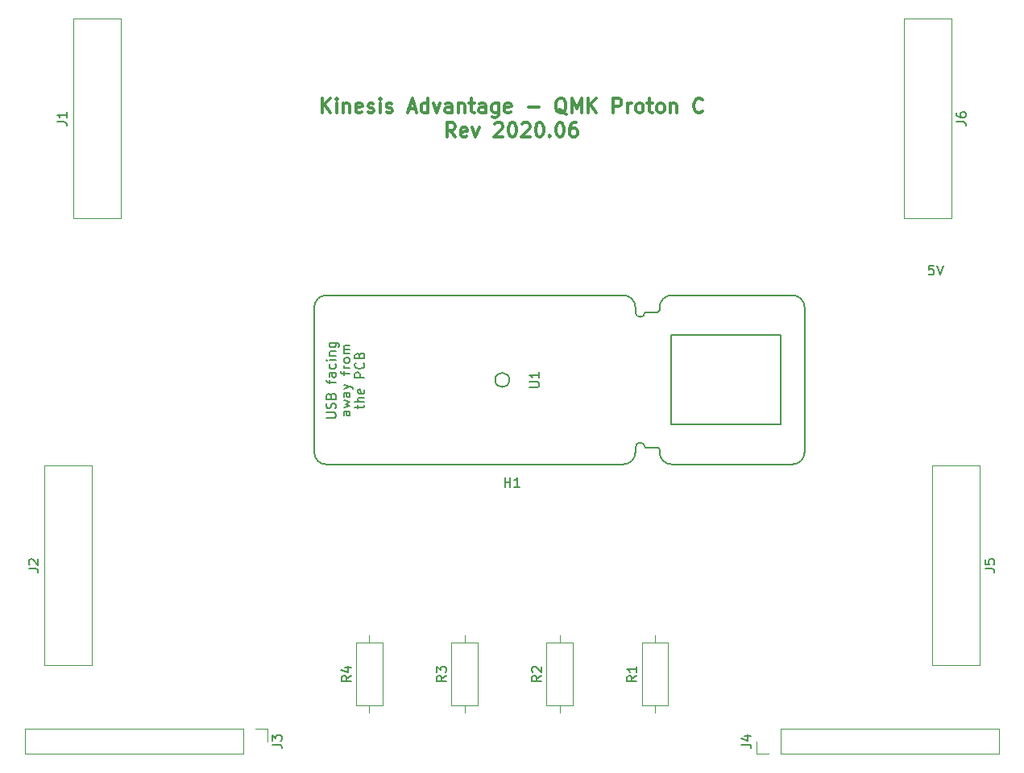
<source format=gbr>
G04 #@! TF.GenerationSoftware,KiCad,Pcbnew,(5.1.6-0-10_14)*
G04 #@! TF.CreationDate,2020-06-11T15:58:30+08:00*
G04 #@! TF.ProjectId,Kinesis,4b696e65-7369-4732-9e6b-696361645f70,rev?*
G04 #@! TF.SameCoordinates,Original*
G04 #@! TF.FileFunction,Legend,Top*
G04 #@! TF.FilePolarity,Positive*
%FSLAX46Y46*%
G04 Gerber Fmt 4.6, Leading zero omitted, Abs format (unit mm)*
G04 Created by KiCad (PCBNEW (5.1.6-0-10_14)) date 2020-06-11 15:58:30*
%MOMM*%
%LPD*%
G01*
G04 APERTURE LIST*
%ADD10C,0.300000*%
%ADD11C,0.150000*%
%ADD12C,0.120000*%
G04 APERTURE END LIST*
D10*
X130071428Y-44903571D02*
X130071428Y-43403571D01*
X130928571Y-44903571D02*
X130285714Y-44046428D01*
X130928571Y-43403571D02*
X130071428Y-44260714D01*
X131571428Y-44903571D02*
X131571428Y-43903571D01*
X131571428Y-43403571D02*
X131500000Y-43475000D01*
X131571428Y-43546428D01*
X131642857Y-43475000D01*
X131571428Y-43403571D01*
X131571428Y-43546428D01*
X132285714Y-43903571D02*
X132285714Y-44903571D01*
X132285714Y-44046428D02*
X132357142Y-43975000D01*
X132500000Y-43903571D01*
X132714285Y-43903571D01*
X132857142Y-43975000D01*
X132928571Y-44117857D01*
X132928571Y-44903571D01*
X134214285Y-44832142D02*
X134071428Y-44903571D01*
X133785714Y-44903571D01*
X133642857Y-44832142D01*
X133571428Y-44689285D01*
X133571428Y-44117857D01*
X133642857Y-43975000D01*
X133785714Y-43903571D01*
X134071428Y-43903571D01*
X134214285Y-43975000D01*
X134285714Y-44117857D01*
X134285714Y-44260714D01*
X133571428Y-44403571D01*
X134857142Y-44832142D02*
X135000000Y-44903571D01*
X135285714Y-44903571D01*
X135428571Y-44832142D01*
X135500000Y-44689285D01*
X135500000Y-44617857D01*
X135428571Y-44475000D01*
X135285714Y-44403571D01*
X135071428Y-44403571D01*
X134928571Y-44332142D01*
X134857142Y-44189285D01*
X134857142Y-44117857D01*
X134928571Y-43975000D01*
X135071428Y-43903571D01*
X135285714Y-43903571D01*
X135428571Y-43975000D01*
X136142857Y-44903571D02*
X136142857Y-43903571D01*
X136142857Y-43403571D02*
X136071428Y-43475000D01*
X136142857Y-43546428D01*
X136214285Y-43475000D01*
X136142857Y-43403571D01*
X136142857Y-43546428D01*
X136785714Y-44832142D02*
X136928571Y-44903571D01*
X137214285Y-44903571D01*
X137357142Y-44832142D01*
X137428571Y-44689285D01*
X137428571Y-44617857D01*
X137357142Y-44475000D01*
X137214285Y-44403571D01*
X137000000Y-44403571D01*
X136857142Y-44332142D01*
X136785714Y-44189285D01*
X136785714Y-44117857D01*
X136857142Y-43975000D01*
X137000000Y-43903571D01*
X137214285Y-43903571D01*
X137357142Y-43975000D01*
X139142857Y-44475000D02*
X139857142Y-44475000D01*
X139000000Y-44903571D02*
X139500000Y-43403571D01*
X140000000Y-44903571D01*
X141142857Y-44903571D02*
X141142857Y-43403571D01*
X141142857Y-44832142D02*
X141000000Y-44903571D01*
X140714285Y-44903571D01*
X140571428Y-44832142D01*
X140500000Y-44760714D01*
X140428571Y-44617857D01*
X140428571Y-44189285D01*
X140500000Y-44046428D01*
X140571428Y-43975000D01*
X140714285Y-43903571D01*
X141000000Y-43903571D01*
X141142857Y-43975000D01*
X141714285Y-43903571D02*
X142071428Y-44903571D01*
X142428571Y-43903571D01*
X143642857Y-44903571D02*
X143642857Y-44117857D01*
X143571428Y-43975000D01*
X143428571Y-43903571D01*
X143142857Y-43903571D01*
X143000000Y-43975000D01*
X143642857Y-44832142D02*
X143500000Y-44903571D01*
X143142857Y-44903571D01*
X143000000Y-44832142D01*
X142928571Y-44689285D01*
X142928571Y-44546428D01*
X143000000Y-44403571D01*
X143142857Y-44332142D01*
X143500000Y-44332142D01*
X143642857Y-44260714D01*
X144357142Y-43903571D02*
X144357142Y-44903571D01*
X144357142Y-44046428D02*
X144428571Y-43975000D01*
X144571428Y-43903571D01*
X144785714Y-43903571D01*
X144928571Y-43975000D01*
X145000000Y-44117857D01*
X145000000Y-44903571D01*
X145500000Y-43903571D02*
X146071428Y-43903571D01*
X145714285Y-43403571D02*
X145714285Y-44689285D01*
X145785714Y-44832142D01*
X145928571Y-44903571D01*
X146071428Y-44903571D01*
X147214285Y-44903571D02*
X147214285Y-44117857D01*
X147142857Y-43975000D01*
X147000000Y-43903571D01*
X146714285Y-43903571D01*
X146571428Y-43975000D01*
X147214285Y-44832142D02*
X147071428Y-44903571D01*
X146714285Y-44903571D01*
X146571428Y-44832142D01*
X146500000Y-44689285D01*
X146500000Y-44546428D01*
X146571428Y-44403571D01*
X146714285Y-44332142D01*
X147071428Y-44332142D01*
X147214285Y-44260714D01*
X148571428Y-43903571D02*
X148571428Y-45117857D01*
X148500000Y-45260714D01*
X148428571Y-45332142D01*
X148285714Y-45403571D01*
X148071428Y-45403571D01*
X147928571Y-45332142D01*
X148571428Y-44832142D02*
X148428571Y-44903571D01*
X148142857Y-44903571D01*
X148000000Y-44832142D01*
X147928571Y-44760714D01*
X147857142Y-44617857D01*
X147857142Y-44189285D01*
X147928571Y-44046428D01*
X148000000Y-43975000D01*
X148142857Y-43903571D01*
X148428571Y-43903571D01*
X148571428Y-43975000D01*
X149857142Y-44832142D02*
X149714285Y-44903571D01*
X149428571Y-44903571D01*
X149285714Y-44832142D01*
X149214285Y-44689285D01*
X149214285Y-44117857D01*
X149285714Y-43975000D01*
X149428571Y-43903571D01*
X149714285Y-43903571D01*
X149857142Y-43975000D01*
X149928571Y-44117857D01*
X149928571Y-44260714D01*
X149214285Y-44403571D01*
X151714285Y-44332142D02*
X152857142Y-44332142D01*
X155714285Y-45046428D02*
X155571428Y-44975000D01*
X155428571Y-44832142D01*
X155214285Y-44617857D01*
X155071428Y-44546428D01*
X154928571Y-44546428D01*
X155000000Y-44903571D02*
X154857142Y-44832142D01*
X154714285Y-44689285D01*
X154642857Y-44403571D01*
X154642857Y-43903571D01*
X154714285Y-43617857D01*
X154857142Y-43475000D01*
X155000000Y-43403571D01*
X155285714Y-43403571D01*
X155428571Y-43475000D01*
X155571428Y-43617857D01*
X155642857Y-43903571D01*
X155642857Y-44403571D01*
X155571428Y-44689285D01*
X155428571Y-44832142D01*
X155285714Y-44903571D01*
X155000000Y-44903571D01*
X156285714Y-44903571D02*
X156285714Y-43403571D01*
X156785714Y-44475000D01*
X157285714Y-43403571D01*
X157285714Y-44903571D01*
X158000000Y-44903571D02*
X158000000Y-43403571D01*
X158857142Y-44903571D02*
X158214285Y-44046428D01*
X158857142Y-43403571D02*
X158000000Y-44260714D01*
X160642857Y-44903571D02*
X160642857Y-43403571D01*
X161214285Y-43403571D01*
X161357142Y-43475000D01*
X161428571Y-43546428D01*
X161500000Y-43689285D01*
X161500000Y-43903571D01*
X161428571Y-44046428D01*
X161357142Y-44117857D01*
X161214285Y-44189285D01*
X160642857Y-44189285D01*
X162142857Y-44903571D02*
X162142857Y-43903571D01*
X162142857Y-44189285D02*
X162214285Y-44046428D01*
X162285714Y-43975000D01*
X162428571Y-43903571D01*
X162571428Y-43903571D01*
X163285714Y-44903571D02*
X163142857Y-44832142D01*
X163071428Y-44760714D01*
X163000000Y-44617857D01*
X163000000Y-44189285D01*
X163071428Y-44046428D01*
X163142857Y-43975000D01*
X163285714Y-43903571D01*
X163500000Y-43903571D01*
X163642857Y-43975000D01*
X163714285Y-44046428D01*
X163785714Y-44189285D01*
X163785714Y-44617857D01*
X163714285Y-44760714D01*
X163642857Y-44832142D01*
X163500000Y-44903571D01*
X163285714Y-44903571D01*
X164214285Y-43903571D02*
X164785714Y-43903571D01*
X164428571Y-43403571D02*
X164428571Y-44689285D01*
X164500000Y-44832142D01*
X164642857Y-44903571D01*
X164785714Y-44903571D01*
X165500000Y-44903571D02*
X165357142Y-44832142D01*
X165285714Y-44760714D01*
X165214285Y-44617857D01*
X165214285Y-44189285D01*
X165285714Y-44046428D01*
X165357142Y-43975000D01*
X165500000Y-43903571D01*
X165714285Y-43903571D01*
X165857142Y-43975000D01*
X165928571Y-44046428D01*
X166000000Y-44189285D01*
X166000000Y-44617857D01*
X165928571Y-44760714D01*
X165857142Y-44832142D01*
X165714285Y-44903571D01*
X165500000Y-44903571D01*
X166642857Y-43903571D02*
X166642857Y-44903571D01*
X166642857Y-44046428D02*
X166714285Y-43975000D01*
X166857142Y-43903571D01*
X167071428Y-43903571D01*
X167214285Y-43975000D01*
X167285714Y-44117857D01*
X167285714Y-44903571D01*
X170000000Y-44760714D02*
X169928571Y-44832142D01*
X169714285Y-44903571D01*
X169571428Y-44903571D01*
X169357142Y-44832142D01*
X169214285Y-44689285D01*
X169142857Y-44546428D01*
X169071428Y-44260714D01*
X169071428Y-44046428D01*
X169142857Y-43760714D01*
X169214285Y-43617857D01*
X169357142Y-43475000D01*
X169571428Y-43403571D01*
X169714285Y-43403571D01*
X169928571Y-43475000D01*
X170000000Y-43546428D01*
X144035714Y-47453571D02*
X143535714Y-46739285D01*
X143178571Y-47453571D02*
X143178571Y-45953571D01*
X143750000Y-45953571D01*
X143892857Y-46025000D01*
X143964285Y-46096428D01*
X144035714Y-46239285D01*
X144035714Y-46453571D01*
X143964285Y-46596428D01*
X143892857Y-46667857D01*
X143750000Y-46739285D01*
X143178571Y-46739285D01*
X145250000Y-47382142D02*
X145107142Y-47453571D01*
X144821428Y-47453571D01*
X144678571Y-47382142D01*
X144607142Y-47239285D01*
X144607142Y-46667857D01*
X144678571Y-46525000D01*
X144821428Y-46453571D01*
X145107142Y-46453571D01*
X145250000Y-46525000D01*
X145321428Y-46667857D01*
X145321428Y-46810714D01*
X144607142Y-46953571D01*
X145821428Y-46453571D02*
X146178571Y-47453571D01*
X146535714Y-46453571D01*
X148178571Y-46096428D02*
X148250000Y-46025000D01*
X148392857Y-45953571D01*
X148750000Y-45953571D01*
X148892857Y-46025000D01*
X148964285Y-46096428D01*
X149035714Y-46239285D01*
X149035714Y-46382142D01*
X148964285Y-46596428D01*
X148107142Y-47453571D01*
X149035714Y-47453571D01*
X149964285Y-45953571D02*
X150107142Y-45953571D01*
X150250000Y-46025000D01*
X150321428Y-46096428D01*
X150392857Y-46239285D01*
X150464285Y-46525000D01*
X150464285Y-46882142D01*
X150392857Y-47167857D01*
X150321428Y-47310714D01*
X150250000Y-47382142D01*
X150107142Y-47453571D01*
X149964285Y-47453571D01*
X149821428Y-47382142D01*
X149750000Y-47310714D01*
X149678571Y-47167857D01*
X149607142Y-46882142D01*
X149607142Y-46525000D01*
X149678571Y-46239285D01*
X149750000Y-46096428D01*
X149821428Y-46025000D01*
X149964285Y-45953571D01*
X151035714Y-46096428D02*
X151107142Y-46025000D01*
X151250000Y-45953571D01*
X151607142Y-45953571D01*
X151750000Y-46025000D01*
X151821428Y-46096428D01*
X151892857Y-46239285D01*
X151892857Y-46382142D01*
X151821428Y-46596428D01*
X150964285Y-47453571D01*
X151892857Y-47453571D01*
X152821428Y-45953571D02*
X152964285Y-45953571D01*
X153107142Y-46025000D01*
X153178571Y-46096428D01*
X153250000Y-46239285D01*
X153321428Y-46525000D01*
X153321428Y-46882142D01*
X153250000Y-47167857D01*
X153178571Y-47310714D01*
X153107142Y-47382142D01*
X152964285Y-47453571D01*
X152821428Y-47453571D01*
X152678571Y-47382142D01*
X152607142Y-47310714D01*
X152535714Y-47167857D01*
X152464285Y-46882142D01*
X152464285Y-46525000D01*
X152535714Y-46239285D01*
X152607142Y-46096428D01*
X152678571Y-46025000D01*
X152821428Y-45953571D01*
X153964285Y-47310714D02*
X154035714Y-47382142D01*
X153964285Y-47453571D01*
X153892857Y-47382142D01*
X153964285Y-47310714D01*
X153964285Y-47453571D01*
X154964285Y-45953571D02*
X155107142Y-45953571D01*
X155250000Y-46025000D01*
X155321428Y-46096428D01*
X155392857Y-46239285D01*
X155464285Y-46525000D01*
X155464285Y-46882142D01*
X155392857Y-47167857D01*
X155321428Y-47310714D01*
X155250000Y-47382142D01*
X155107142Y-47453571D01*
X154964285Y-47453571D01*
X154821428Y-47382142D01*
X154750000Y-47310714D01*
X154678571Y-47167857D01*
X154607142Y-46882142D01*
X154607142Y-46525000D01*
X154678571Y-46239285D01*
X154750000Y-46096428D01*
X154821428Y-46025000D01*
X154964285Y-45953571D01*
X156750000Y-45953571D02*
X156464285Y-45953571D01*
X156321428Y-46025000D01*
X156250000Y-46096428D01*
X156107142Y-46310714D01*
X156035714Y-46596428D01*
X156035714Y-47167857D01*
X156107142Y-47310714D01*
X156178571Y-47382142D01*
X156321428Y-47453571D01*
X156607142Y-47453571D01*
X156750000Y-47382142D01*
X156821428Y-47310714D01*
X156892857Y-47167857D01*
X156892857Y-46810714D01*
X156821428Y-46667857D01*
X156750000Y-46596428D01*
X156607142Y-46525000D01*
X156321428Y-46525000D01*
X156178571Y-46596428D01*
X156107142Y-46667857D01*
X156035714Y-46810714D01*
D11*
X194309523Y-60952380D02*
X193833333Y-60952380D01*
X193785714Y-61428571D01*
X193833333Y-61380952D01*
X193928571Y-61333333D01*
X194166666Y-61333333D01*
X194261904Y-61380952D01*
X194309523Y-61428571D01*
X194357142Y-61523809D01*
X194357142Y-61761904D01*
X194309523Y-61857142D01*
X194261904Y-61904761D01*
X194166666Y-61952380D01*
X193928571Y-61952380D01*
X193833333Y-61904761D01*
X193785714Y-61857142D01*
X194642857Y-60952380D02*
X194976190Y-61952380D01*
X195309523Y-60952380D01*
X178200000Y-68300000D02*
X166700000Y-68300000D01*
X166700000Y-77679000D02*
X166700000Y-68300000D01*
X178200000Y-77679000D02*
X178200000Y-68300000D01*
X180740000Y-65360000D02*
X180740000Y-80600000D01*
X166770000Y-81870000D02*
X179470000Y-81870000D01*
X166770000Y-64090000D02*
X179470000Y-64090000D01*
X165500000Y-65614000D02*
X165500000Y-65360000D01*
X163976000Y-65868000D02*
X165246000Y-65868000D01*
X162960000Y-65868000D02*
X162960000Y-65360000D01*
X149715000Y-73000000D02*
G75*
G03*
X149715000Y-73000000I-750000J0D01*
G01*
X129206000Y-80600000D02*
X129206000Y-65360000D01*
X130476000Y-81870000D02*
X161690000Y-81870000D01*
X161690000Y-64090000D02*
X130476000Y-64090000D01*
X162960000Y-80600000D02*
X162960000Y-80090000D01*
X165500000Y-80600000D02*
X165500000Y-80346000D01*
X163976000Y-80092000D02*
X165246000Y-80092000D01*
X166700000Y-77679000D02*
X178200000Y-77679000D01*
X130476000Y-64090000D02*
G75*
G03*
X129206000Y-65360000I0J-1270000D01*
G01*
X129206000Y-80600000D02*
G75*
G03*
X130476000Y-81870000I1270000J0D01*
G01*
X162960000Y-65868000D02*
G75*
G03*
X163976000Y-65868000I508000J0D01*
G01*
X162960000Y-65360000D02*
G75*
G03*
X161690000Y-64090000I-1270000J0D01*
G01*
X161690000Y-81870000D02*
G75*
G03*
X162960000Y-80600000I0J1270000D01*
G01*
X163976000Y-80092000D02*
G75*
G03*
X162960000Y-80092000I-508000J0D01*
G01*
X180740000Y-65360000D02*
G75*
G03*
X179470000Y-64090000I-1270000J0D01*
G01*
X179470000Y-81870000D02*
G75*
G03*
X180740000Y-80600000I0J1270000D01*
G01*
X166770000Y-64090000D02*
G75*
G03*
X165500000Y-65360000I0J-1270000D01*
G01*
X165500000Y-80600000D02*
G75*
G03*
X166770000Y-81870000I1270000J0D01*
G01*
X165246000Y-65868000D02*
G75*
G03*
X165500000Y-65614000I0J254000D01*
G01*
X165500000Y-80346000D02*
G75*
G03*
X165246000Y-80092000I-254000J0D01*
G01*
D12*
X191150000Y-56000000D02*
X191150000Y-35000000D01*
X196150000Y-56000000D02*
X191150000Y-56000000D01*
X196150000Y-35000000D02*
X196150000Y-56000000D01*
X191150000Y-35000000D02*
X196150000Y-35000000D01*
X194150000Y-103000000D02*
X194150000Y-82000000D01*
X199150000Y-103000000D02*
X194150000Y-103000000D01*
X199150000Y-82000000D02*
X199150000Y-103000000D01*
X194150000Y-82000000D02*
X199150000Y-82000000D01*
X105850000Y-82000000D02*
X105850000Y-103000000D01*
X100850000Y-82000000D02*
X105850000Y-82000000D01*
X100850000Y-103000000D02*
X100850000Y-82000000D01*
X105850000Y-103000000D02*
X100850000Y-103000000D01*
X108850000Y-35000000D02*
X108850000Y-56000000D01*
X103850000Y-35000000D02*
X108850000Y-35000000D01*
X103850000Y-56000000D02*
X103850000Y-35000000D01*
X108850000Y-56000000D02*
X103850000Y-56000000D01*
X175670000Y-112330000D02*
X175670000Y-111000000D01*
X177000000Y-112330000D02*
X175670000Y-112330000D01*
X178270000Y-112330000D02*
X178270000Y-109670000D01*
X178270000Y-109670000D02*
X201190000Y-109670000D01*
X178270000Y-112330000D02*
X201190000Y-112330000D01*
X201190000Y-112330000D02*
X201190000Y-109670000D01*
X124330000Y-109670000D02*
X124330000Y-111000000D01*
X123000000Y-109670000D02*
X124330000Y-109670000D01*
X121730000Y-109670000D02*
X121730000Y-112330000D01*
X121730000Y-112330000D02*
X98810000Y-112330000D01*
X121730000Y-109670000D02*
X98810000Y-109670000D01*
X98810000Y-109670000D02*
X98810000Y-112330000D01*
X133630000Y-107190000D02*
X136370000Y-107190000D01*
X136370000Y-107190000D02*
X136370000Y-100650000D01*
X136370000Y-100650000D02*
X133630000Y-100650000D01*
X133630000Y-100650000D02*
X133630000Y-107190000D01*
X135000000Y-107960000D02*
X135000000Y-107190000D01*
X135000000Y-99880000D02*
X135000000Y-100650000D01*
X145000000Y-99880000D02*
X145000000Y-100650000D01*
X145000000Y-107960000D02*
X145000000Y-107190000D01*
X143630000Y-100650000D02*
X143630000Y-107190000D01*
X146370000Y-100650000D02*
X143630000Y-100650000D01*
X146370000Y-107190000D02*
X146370000Y-100650000D01*
X143630000Y-107190000D02*
X146370000Y-107190000D01*
X153630000Y-107190000D02*
X156370000Y-107190000D01*
X156370000Y-107190000D02*
X156370000Y-100650000D01*
X156370000Y-100650000D02*
X153630000Y-100650000D01*
X153630000Y-100650000D02*
X153630000Y-107190000D01*
X155000000Y-107960000D02*
X155000000Y-107190000D01*
X155000000Y-99880000D02*
X155000000Y-100650000D01*
X163630000Y-107190000D02*
X166370000Y-107190000D01*
X166370000Y-107190000D02*
X166370000Y-100650000D01*
X166370000Y-100650000D02*
X163630000Y-100650000D01*
X163630000Y-100650000D02*
X163630000Y-107190000D01*
X165000000Y-107960000D02*
X165000000Y-107190000D01*
X165000000Y-99880000D02*
X165000000Y-100650000D01*
D11*
X149238095Y-84252380D02*
X149238095Y-83252380D01*
X149238095Y-83728571D02*
X149809523Y-83728571D01*
X149809523Y-84252380D02*
X149809523Y-83252380D01*
X150809523Y-84252380D02*
X150238095Y-84252380D01*
X150523809Y-84252380D02*
X150523809Y-83252380D01*
X150428571Y-83395238D01*
X150333333Y-83490476D01*
X150238095Y-83538095D01*
X151842380Y-73751904D02*
X152651904Y-73751904D01*
X152747142Y-73704285D01*
X152794761Y-73656666D01*
X152842380Y-73561428D01*
X152842380Y-73370952D01*
X152794761Y-73275714D01*
X152747142Y-73228095D01*
X152651904Y-73180476D01*
X151842380Y-73180476D01*
X152842380Y-72180476D02*
X152842380Y-72751904D01*
X152842380Y-72466190D02*
X151842380Y-72466190D01*
X151985238Y-72561428D01*
X152080476Y-72656666D01*
X152128095Y-72751904D01*
X130472380Y-77002380D02*
X131281904Y-77002380D01*
X131377142Y-76954761D01*
X131424761Y-76907142D01*
X131472380Y-76811904D01*
X131472380Y-76621428D01*
X131424761Y-76526190D01*
X131377142Y-76478571D01*
X131281904Y-76430952D01*
X130472380Y-76430952D01*
X131424761Y-76002380D02*
X131472380Y-75859523D01*
X131472380Y-75621428D01*
X131424761Y-75526190D01*
X131377142Y-75478571D01*
X131281904Y-75430952D01*
X131186666Y-75430952D01*
X131091428Y-75478571D01*
X131043809Y-75526190D01*
X130996190Y-75621428D01*
X130948571Y-75811904D01*
X130900952Y-75907142D01*
X130853333Y-75954761D01*
X130758095Y-76002380D01*
X130662857Y-76002380D01*
X130567619Y-75954761D01*
X130520000Y-75907142D01*
X130472380Y-75811904D01*
X130472380Y-75573809D01*
X130520000Y-75430952D01*
X130948571Y-74669047D02*
X130996190Y-74526190D01*
X131043809Y-74478571D01*
X131139047Y-74430952D01*
X131281904Y-74430952D01*
X131377142Y-74478571D01*
X131424761Y-74526190D01*
X131472380Y-74621428D01*
X131472380Y-75002380D01*
X130472380Y-75002380D01*
X130472380Y-74669047D01*
X130520000Y-74573809D01*
X130567619Y-74526190D01*
X130662857Y-74478571D01*
X130758095Y-74478571D01*
X130853333Y-74526190D01*
X130900952Y-74573809D01*
X130948571Y-74669047D01*
X130948571Y-75002380D01*
X130805714Y-73383333D02*
X130805714Y-73002380D01*
X131472380Y-73240476D02*
X130615238Y-73240476D01*
X130520000Y-73192857D01*
X130472380Y-73097619D01*
X130472380Y-73002380D01*
X131472380Y-72240476D02*
X130948571Y-72240476D01*
X130853333Y-72288095D01*
X130805714Y-72383333D01*
X130805714Y-72573809D01*
X130853333Y-72669047D01*
X131424761Y-72240476D02*
X131472380Y-72335714D01*
X131472380Y-72573809D01*
X131424761Y-72669047D01*
X131329523Y-72716666D01*
X131234285Y-72716666D01*
X131139047Y-72669047D01*
X131091428Y-72573809D01*
X131091428Y-72335714D01*
X131043809Y-72240476D01*
X131424761Y-71335714D02*
X131472380Y-71430952D01*
X131472380Y-71621428D01*
X131424761Y-71716666D01*
X131377142Y-71764285D01*
X131281904Y-71811904D01*
X130996190Y-71811904D01*
X130900952Y-71764285D01*
X130853333Y-71716666D01*
X130805714Y-71621428D01*
X130805714Y-71430952D01*
X130853333Y-71335714D01*
X131472380Y-70907142D02*
X130805714Y-70907142D01*
X130472380Y-70907142D02*
X130520000Y-70954761D01*
X130567619Y-70907142D01*
X130520000Y-70859523D01*
X130472380Y-70907142D01*
X130567619Y-70907142D01*
X130805714Y-70430952D02*
X131472380Y-70430952D01*
X130900952Y-70430952D02*
X130853333Y-70383333D01*
X130805714Y-70288095D01*
X130805714Y-70145238D01*
X130853333Y-70050000D01*
X130948571Y-70002380D01*
X131472380Y-70002380D01*
X130805714Y-69097619D02*
X131615238Y-69097619D01*
X131710476Y-69145238D01*
X131758095Y-69192857D01*
X131805714Y-69288095D01*
X131805714Y-69430952D01*
X131758095Y-69526190D01*
X131424761Y-69097619D02*
X131472380Y-69192857D01*
X131472380Y-69383333D01*
X131424761Y-69478571D01*
X131377142Y-69526190D01*
X131281904Y-69573809D01*
X130996190Y-69573809D01*
X130900952Y-69526190D01*
X130853333Y-69478571D01*
X130805714Y-69383333D01*
X130805714Y-69192857D01*
X130853333Y-69097619D01*
X133805714Y-76002380D02*
X133805714Y-75621428D01*
X133472380Y-75859523D02*
X134329523Y-75859523D01*
X134424761Y-75811904D01*
X134472380Y-75716666D01*
X134472380Y-75621428D01*
X134472380Y-75288095D02*
X133472380Y-75288095D01*
X134472380Y-74859523D02*
X133948571Y-74859523D01*
X133853333Y-74907142D01*
X133805714Y-75002380D01*
X133805714Y-75145238D01*
X133853333Y-75240476D01*
X133900952Y-75288095D01*
X134424761Y-74002380D02*
X134472380Y-74097619D01*
X134472380Y-74288095D01*
X134424761Y-74383333D01*
X134329523Y-74430952D01*
X133948571Y-74430952D01*
X133853333Y-74383333D01*
X133805714Y-74288095D01*
X133805714Y-74097619D01*
X133853333Y-74002380D01*
X133948571Y-73954761D01*
X134043809Y-73954761D01*
X134139047Y-74430952D01*
X134472380Y-72764285D02*
X133472380Y-72764285D01*
X133472380Y-72383333D01*
X133520000Y-72288095D01*
X133567619Y-72240476D01*
X133662857Y-72192857D01*
X133805714Y-72192857D01*
X133900952Y-72240476D01*
X133948571Y-72288095D01*
X133996190Y-72383333D01*
X133996190Y-72764285D01*
X134377142Y-71192857D02*
X134424761Y-71240476D01*
X134472380Y-71383333D01*
X134472380Y-71478571D01*
X134424761Y-71621428D01*
X134329523Y-71716666D01*
X134234285Y-71764285D01*
X134043809Y-71811904D01*
X133900952Y-71811904D01*
X133710476Y-71764285D01*
X133615238Y-71716666D01*
X133520000Y-71621428D01*
X133472380Y-71478571D01*
X133472380Y-71383333D01*
X133520000Y-71240476D01*
X133567619Y-71192857D01*
X133948571Y-70430952D02*
X133996190Y-70288095D01*
X134043809Y-70240476D01*
X134139047Y-70192857D01*
X134281904Y-70192857D01*
X134377142Y-70240476D01*
X134424761Y-70288095D01*
X134472380Y-70383333D01*
X134472380Y-70764285D01*
X133472380Y-70764285D01*
X133472380Y-70430952D01*
X133520000Y-70335714D01*
X133567619Y-70288095D01*
X133662857Y-70240476D01*
X133758095Y-70240476D01*
X133853333Y-70288095D01*
X133900952Y-70335714D01*
X133948571Y-70430952D01*
X133948571Y-70764285D01*
X132972380Y-76288095D02*
X132448571Y-76288095D01*
X132353333Y-76335714D01*
X132305714Y-76430952D01*
X132305714Y-76621428D01*
X132353333Y-76716666D01*
X132924761Y-76288095D02*
X132972380Y-76383333D01*
X132972380Y-76621428D01*
X132924761Y-76716666D01*
X132829523Y-76764285D01*
X132734285Y-76764285D01*
X132639047Y-76716666D01*
X132591428Y-76621428D01*
X132591428Y-76383333D01*
X132543809Y-76288095D01*
X132305714Y-75907142D02*
X132972380Y-75716666D01*
X132496190Y-75526190D01*
X132972380Y-75335714D01*
X132305714Y-75145238D01*
X132972380Y-74335714D02*
X132448571Y-74335714D01*
X132353333Y-74383333D01*
X132305714Y-74478571D01*
X132305714Y-74669047D01*
X132353333Y-74764285D01*
X132924761Y-74335714D02*
X132972380Y-74430952D01*
X132972380Y-74669047D01*
X132924761Y-74764285D01*
X132829523Y-74811904D01*
X132734285Y-74811904D01*
X132639047Y-74764285D01*
X132591428Y-74669047D01*
X132591428Y-74430952D01*
X132543809Y-74335714D01*
X132305714Y-73954761D02*
X132972380Y-73716666D01*
X132305714Y-73478571D02*
X132972380Y-73716666D01*
X133210476Y-73811904D01*
X133258095Y-73859523D01*
X133305714Y-73954761D01*
X132305714Y-72478571D02*
X132305714Y-72097619D01*
X132972380Y-72335714D02*
X132115238Y-72335714D01*
X132020000Y-72288095D01*
X131972380Y-72192857D01*
X131972380Y-72097619D01*
X132972380Y-71764285D02*
X132305714Y-71764285D01*
X132496190Y-71764285D02*
X132400952Y-71716666D01*
X132353333Y-71669047D01*
X132305714Y-71573809D01*
X132305714Y-71478571D01*
X132972380Y-71002380D02*
X132924761Y-71097619D01*
X132877142Y-71145238D01*
X132781904Y-71192857D01*
X132496190Y-71192857D01*
X132400952Y-71145238D01*
X132353333Y-71097619D01*
X132305714Y-71002380D01*
X132305714Y-70859523D01*
X132353333Y-70764285D01*
X132400952Y-70716666D01*
X132496190Y-70669047D01*
X132781904Y-70669047D01*
X132877142Y-70716666D01*
X132924761Y-70764285D01*
X132972380Y-70859523D01*
X132972380Y-71002380D01*
X132972380Y-70240476D02*
X132305714Y-70240476D01*
X132400952Y-70240476D02*
X132353333Y-70192857D01*
X132305714Y-70097619D01*
X132305714Y-69954761D01*
X132353333Y-69859523D01*
X132448571Y-69811904D01*
X132972380Y-69811904D01*
X132448571Y-69811904D02*
X132353333Y-69764285D01*
X132305714Y-69669047D01*
X132305714Y-69526190D01*
X132353333Y-69430952D01*
X132448571Y-69383333D01*
X132972380Y-69383333D01*
X196702380Y-45833333D02*
X197416666Y-45833333D01*
X197559523Y-45880952D01*
X197654761Y-45976190D01*
X197702380Y-46119047D01*
X197702380Y-46214285D01*
X196702380Y-44928571D02*
X196702380Y-45119047D01*
X196750000Y-45214285D01*
X196797619Y-45261904D01*
X196940476Y-45357142D01*
X197130952Y-45404761D01*
X197511904Y-45404761D01*
X197607142Y-45357142D01*
X197654761Y-45309523D01*
X197702380Y-45214285D01*
X197702380Y-45023809D01*
X197654761Y-44928571D01*
X197607142Y-44880952D01*
X197511904Y-44833333D01*
X197273809Y-44833333D01*
X197178571Y-44880952D01*
X197130952Y-44928571D01*
X197083333Y-45023809D01*
X197083333Y-45214285D01*
X197130952Y-45309523D01*
X197178571Y-45357142D01*
X197273809Y-45404761D01*
X199702380Y-92833333D02*
X200416666Y-92833333D01*
X200559523Y-92880952D01*
X200654761Y-92976190D01*
X200702380Y-93119047D01*
X200702380Y-93214285D01*
X199702380Y-91880952D02*
X199702380Y-92357142D01*
X200178571Y-92404761D01*
X200130952Y-92357142D01*
X200083333Y-92261904D01*
X200083333Y-92023809D01*
X200130952Y-91928571D01*
X200178571Y-91880952D01*
X200273809Y-91833333D01*
X200511904Y-91833333D01*
X200607142Y-91880952D01*
X200654761Y-91928571D01*
X200702380Y-92023809D01*
X200702380Y-92261904D01*
X200654761Y-92357142D01*
X200607142Y-92404761D01*
X99202380Y-92833333D02*
X99916666Y-92833333D01*
X100059523Y-92880952D01*
X100154761Y-92976190D01*
X100202380Y-93119047D01*
X100202380Y-93214285D01*
X99297619Y-92404761D02*
X99250000Y-92357142D01*
X99202380Y-92261904D01*
X99202380Y-92023809D01*
X99250000Y-91928571D01*
X99297619Y-91880952D01*
X99392857Y-91833333D01*
X99488095Y-91833333D01*
X99630952Y-91880952D01*
X100202380Y-92452380D01*
X100202380Y-91833333D01*
X102202380Y-45833333D02*
X102916666Y-45833333D01*
X103059523Y-45880952D01*
X103154761Y-45976190D01*
X103202380Y-46119047D01*
X103202380Y-46214285D01*
X103202380Y-44833333D02*
X103202380Y-45404761D01*
X103202380Y-45119047D02*
X102202380Y-45119047D01*
X102345238Y-45214285D01*
X102440476Y-45309523D01*
X102488095Y-45404761D01*
X174122380Y-111333333D02*
X174836666Y-111333333D01*
X174979523Y-111380952D01*
X175074761Y-111476190D01*
X175122380Y-111619047D01*
X175122380Y-111714285D01*
X174455714Y-110428571D02*
X175122380Y-110428571D01*
X174074761Y-110666666D02*
X174789047Y-110904761D01*
X174789047Y-110285714D01*
X124782380Y-111333333D02*
X125496666Y-111333333D01*
X125639523Y-111380952D01*
X125734761Y-111476190D01*
X125782380Y-111619047D01*
X125782380Y-111714285D01*
X124782380Y-110952380D02*
X124782380Y-110333333D01*
X125163333Y-110666666D01*
X125163333Y-110523809D01*
X125210952Y-110428571D01*
X125258571Y-110380952D01*
X125353809Y-110333333D01*
X125591904Y-110333333D01*
X125687142Y-110380952D01*
X125734761Y-110428571D01*
X125782380Y-110523809D01*
X125782380Y-110809523D01*
X125734761Y-110904761D01*
X125687142Y-110952380D01*
X133082380Y-104086666D02*
X132606190Y-104420000D01*
X133082380Y-104658095D02*
X132082380Y-104658095D01*
X132082380Y-104277142D01*
X132130000Y-104181904D01*
X132177619Y-104134285D01*
X132272857Y-104086666D01*
X132415714Y-104086666D01*
X132510952Y-104134285D01*
X132558571Y-104181904D01*
X132606190Y-104277142D01*
X132606190Y-104658095D01*
X132415714Y-103229523D02*
X133082380Y-103229523D01*
X132034761Y-103467619D02*
X132749047Y-103705714D01*
X132749047Y-103086666D01*
X143082380Y-104086666D02*
X142606190Y-104420000D01*
X143082380Y-104658095D02*
X142082380Y-104658095D01*
X142082380Y-104277142D01*
X142130000Y-104181904D01*
X142177619Y-104134285D01*
X142272857Y-104086666D01*
X142415714Y-104086666D01*
X142510952Y-104134285D01*
X142558571Y-104181904D01*
X142606190Y-104277142D01*
X142606190Y-104658095D01*
X142082380Y-103753333D02*
X142082380Y-103134285D01*
X142463333Y-103467619D01*
X142463333Y-103324761D01*
X142510952Y-103229523D01*
X142558571Y-103181904D01*
X142653809Y-103134285D01*
X142891904Y-103134285D01*
X142987142Y-103181904D01*
X143034761Y-103229523D01*
X143082380Y-103324761D01*
X143082380Y-103610476D01*
X143034761Y-103705714D01*
X142987142Y-103753333D01*
X153082380Y-104086666D02*
X152606190Y-104420000D01*
X153082380Y-104658095D02*
X152082380Y-104658095D01*
X152082380Y-104277142D01*
X152130000Y-104181904D01*
X152177619Y-104134285D01*
X152272857Y-104086666D01*
X152415714Y-104086666D01*
X152510952Y-104134285D01*
X152558571Y-104181904D01*
X152606190Y-104277142D01*
X152606190Y-104658095D01*
X152177619Y-103705714D02*
X152130000Y-103658095D01*
X152082380Y-103562857D01*
X152082380Y-103324761D01*
X152130000Y-103229523D01*
X152177619Y-103181904D01*
X152272857Y-103134285D01*
X152368095Y-103134285D01*
X152510952Y-103181904D01*
X153082380Y-103753333D01*
X153082380Y-103134285D01*
X163082380Y-104086666D02*
X162606190Y-104420000D01*
X163082380Y-104658095D02*
X162082380Y-104658095D01*
X162082380Y-104277142D01*
X162130000Y-104181904D01*
X162177619Y-104134285D01*
X162272857Y-104086666D01*
X162415714Y-104086666D01*
X162510952Y-104134285D01*
X162558571Y-104181904D01*
X162606190Y-104277142D01*
X162606190Y-104658095D01*
X163082380Y-103134285D02*
X163082380Y-103705714D01*
X163082380Y-103420000D02*
X162082380Y-103420000D01*
X162225238Y-103515238D01*
X162320476Y-103610476D01*
X162368095Y-103705714D01*
M02*

</source>
